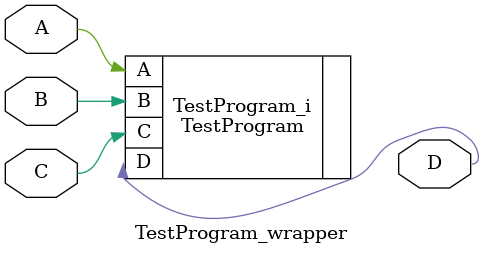
<source format=v>
`timescale 1 ps / 1 ps

module TestProgram_wrapper
   (A,
    B,
    C,
    D);
  input [0:0]A;
  input [0:0]B;
  input [0:0]C;
  output [0:0]D;

  wire [0:0]A;
  wire [0:0]B;
  wire [0:0]C;
  wire [0:0]D;

  TestProgram TestProgram_i
       (.A(A),
        .B(B),
        .C(C),
        .D(D));
endmodule

</source>
